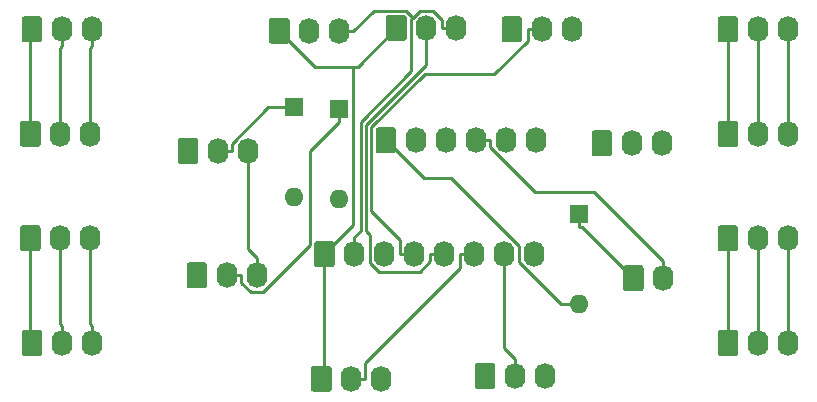
<source format=gbr>
G04 #@! TF.GenerationSoftware,KiCad,Pcbnew,(5.1.5-0-10_14)*
G04 #@! TF.CreationDate,2021-04-18T14:35:59+10:00*
G04 #@! TF.ProjectId,OH - Right Console - 3 - Interior Lights Panel,4f48202d-2052-4696-9768-7420436f6e73,rev?*
G04 #@! TF.SameCoordinates,Original*
G04 #@! TF.FileFunction,Copper,L2,Bot*
G04 #@! TF.FilePolarity,Positive*
%FSLAX46Y46*%
G04 Gerber Fmt 4.6, Leading zero omitted, Abs format (unit mm)*
G04 Created by KiCad (PCBNEW (5.1.5-0-10_14)) date 2021-04-18 14:35:59*
%MOMM*%
%LPD*%
G04 APERTURE LIST*
%ADD10O,1.740000X2.200000*%
%ADD11C,0.100000*%
%ADD12O,1.600000X1.600000*%
%ADD13R,1.600000X1.600000*%
%ADD14C,0.250000*%
G04 APERTURE END LIST*
D10*
X143256000Y-115316000D03*
X140716000Y-115316000D03*
G04 #@! TA.AperFunction,ComponentPad*
D11*
G36*
X138820505Y-114217204D02*
G01*
X138844773Y-114220804D01*
X138868572Y-114226765D01*
X138891671Y-114235030D01*
X138913850Y-114245520D01*
X138934893Y-114258132D01*
X138954599Y-114272747D01*
X138972777Y-114289223D01*
X138989253Y-114307401D01*
X139003868Y-114327107D01*
X139016480Y-114348150D01*
X139026970Y-114370329D01*
X139035235Y-114393428D01*
X139041196Y-114417227D01*
X139044796Y-114441495D01*
X139046000Y-114465999D01*
X139046000Y-116166001D01*
X139044796Y-116190505D01*
X139041196Y-116214773D01*
X139035235Y-116238572D01*
X139026970Y-116261671D01*
X139016480Y-116283850D01*
X139003868Y-116304893D01*
X138989253Y-116324599D01*
X138972777Y-116342777D01*
X138954599Y-116359253D01*
X138934893Y-116373868D01*
X138913850Y-116386480D01*
X138891671Y-116396970D01*
X138868572Y-116405235D01*
X138844773Y-116411196D01*
X138820505Y-116414796D01*
X138796001Y-116416000D01*
X137555999Y-116416000D01*
X137531495Y-116414796D01*
X137507227Y-116411196D01*
X137483428Y-116405235D01*
X137460329Y-116396970D01*
X137438150Y-116386480D01*
X137417107Y-116373868D01*
X137397401Y-116359253D01*
X137379223Y-116342777D01*
X137362747Y-116324599D01*
X137348132Y-116304893D01*
X137335520Y-116283850D01*
X137325030Y-116261671D01*
X137316765Y-116238572D01*
X137310804Y-116214773D01*
X137307204Y-116190505D01*
X137306000Y-116166001D01*
X137306000Y-114465999D01*
X137307204Y-114441495D01*
X137310804Y-114417227D01*
X137316765Y-114393428D01*
X137325030Y-114370329D01*
X137335520Y-114348150D01*
X137348132Y-114327107D01*
X137362747Y-114307401D01*
X137379223Y-114289223D01*
X137397401Y-114272747D01*
X137417107Y-114258132D01*
X137438150Y-114245520D01*
X137460329Y-114235030D01*
X137483428Y-114226765D01*
X137507227Y-114220804D01*
X137531495Y-114217204D01*
X137555999Y-114216000D01*
X138796001Y-114216000D01*
X138820505Y-114217204D01*
G37*
G04 #@! TD.AperFunction*
D10*
X143256000Y-88773000D03*
X140716000Y-88773000D03*
G04 #@! TA.AperFunction,ComponentPad*
D11*
G36*
X138820505Y-87674204D02*
G01*
X138844773Y-87677804D01*
X138868572Y-87683765D01*
X138891671Y-87692030D01*
X138913850Y-87702520D01*
X138934893Y-87715132D01*
X138954599Y-87729747D01*
X138972777Y-87746223D01*
X138989253Y-87764401D01*
X139003868Y-87784107D01*
X139016480Y-87805150D01*
X139026970Y-87827329D01*
X139035235Y-87850428D01*
X139041196Y-87874227D01*
X139044796Y-87898495D01*
X139046000Y-87922999D01*
X139046000Y-89623001D01*
X139044796Y-89647505D01*
X139041196Y-89671773D01*
X139035235Y-89695572D01*
X139026970Y-89718671D01*
X139016480Y-89740850D01*
X139003868Y-89761893D01*
X138989253Y-89781599D01*
X138972777Y-89799777D01*
X138954599Y-89816253D01*
X138934893Y-89830868D01*
X138913850Y-89843480D01*
X138891671Y-89853970D01*
X138868572Y-89862235D01*
X138844773Y-89868196D01*
X138820505Y-89871796D01*
X138796001Y-89873000D01*
X137555999Y-89873000D01*
X137531495Y-89871796D01*
X137507227Y-89868196D01*
X137483428Y-89862235D01*
X137460329Y-89853970D01*
X137438150Y-89843480D01*
X137417107Y-89830868D01*
X137397401Y-89816253D01*
X137379223Y-89799777D01*
X137362747Y-89781599D01*
X137348132Y-89761893D01*
X137335520Y-89740850D01*
X137325030Y-89718671D01*
X137316765Y-89695572D01*
X137310804Y-89671773D01*
X137307204Y-89647505D01*
X137306000Y-89623001D01*
X137306000Y-87922999D01*
X137307204Y-87898495D01*
X137310804Y-87874227D01*
X137316765Y-87850428D01*
X137325030Y-87827329D01*
X137335520Y-87805150D01*
X137348132Y-87784107D01*
X137362747Y-87764401D01*
X137379223Y-87746223D01*
X137397401Y-87729747D01*
X137417107Y-87715132D01*
X137438150Y-87702520D01*
X137460329Y-87692030D01*
X137483428Y-87683765D01*
X137507227Y-87677804D01*
X137531495Y-87674204D01*
X137555999Y-87673000D01*
X138796001Y-87673000D01*
X138820505Y-87674204D01*
G37*
G04 #@! TD.AperFunction*
D10*
X84201000Y-106468300D03*
X81661000Y-106468300D03*
G04 #@! TA.AperFunction,ComponentPad*
D11*
G36*
X79765505Y-105369504D02*
G01*
X79789773Y-105373104D01*
X79813572Y-105379065D01*
X79836671Y-105387330D01*
X79858850Y-105397820D01*
X79879893Y-105410432D01*
X79899599Y-105425047D01*
X79917777Y-105441523D01*
X79934253Y-105459701D01*
X79948868Y-105479407D01*
X79961480Y-105500450D01*
X79971970Y-105522629D01*
X79980235Y-105545728D01*
X79986196Y-105569527D01*
X79989796Y-105593795D01*
X79991000Y-105618299D01*
X79991000Y-107318301D01*
X79989796Y-107342805D01*
X79986196Y-107367073D01*
X79980235Y-107390872D01*
X79971970Y-107413971D01*
X79961480Y-107436150D01*
X79948868Y-107457193D01*
X79934253Y-107476899D01*
X79917777Y-107495077D01*
X79899599Y-107511553D01*
X79879893Y-107526168D01*
X79858850Y-107538780D01*
X79836671Y-107549270D01*
X79813572Y-107557535D01*
X79789773Y-107563496D01*
X79765505Y-107567096D01*
X79741001Y-107568300D01*
X78500999Y-107568300D01*
X78476495Y-107567096D01*
X78452227Y-107563496D01*
X78428428Y-107557535D01*
X78405329Y-107549270D01*
X78383150Y-107538780D01*
X78362107Y-107526168D01*
X78342401Y-107511553D01*
X78324223Y-107495077D01*
X78307747Y-107476899D01*
X78293132Y-107457193D01*
X78280520Y-107436150D01*
X78270030Y-107413971D01*
X78261765Y-107390872D01*
X78255804Y-107367073D01*
X78252204Y-107342805D01*
X78251000Y-107318301D01*
X78251000Y-105618299D01*
X78252204Y-105593795D01*
X78255804Y-105569527D01*
X78261765Y-105545728D01*
X78270030Y-105522629D01*
X78280520Y-105500450D01*
X78293132Y-105479407D01*
X78307747Y-105459701D01*
X78324223Y-105441523D01*
X78342401Y-105425047D01*
X78362107Y-105410432D01*
X78383150Y-105397820D01*
X78405329Y-105387330D01*
X78428428Y-105379065D01*
X78452227Y-105373104D01*
X78476495Y-105369504D01*
X78500999Y-105368300D01*
X79741001Y-105368300D01*
X79765505Y-105369504D01*
G37*
G04 #@! TD.AperFunction*
D10*
X84201000Y-97620700D03*
X81661000Y-97620700D03*
G04 #@! TA.AperFunction,ComponentPad*
D11*
G36*
X79765505Y-96521904D02*
G01*
X79789773Y-96525504D01*
X79813572Y-96531465D01*
X79836671Y-96539730D01*
X79858850Y-96550220D01*
X79879893Y-96562832D01*
X79899599Y-96577447D01*
X79917777Y-96593923D01*
X79934253Y-96612101D01*
X79948868Y-96631807D01*
X79961480Y-96652850D01*
X79971970Y-96675029D01*
X79980235Y-96698128D01*
X79986196Y-96721927D01*
X79989796Y-96746195D01*
X79991000Y-96770699D01*
X79991000Y-98470701D01*
X79989796Y-98495205D01*
X79986196Y-98519473D01*
X79980235Y-98543272D01*
X79971970Y-98566371D01*
X79961480Y-98588550D01*
X79948868Y-98609593D01*
X79934253Y-98629299D01*
X79917777Y-98647477D01*
X79899599Y-98663953D01*
X79879893Y-98678568D01*
X79858850Y-98691180D01*
X79836671Y-98701670D01*
X79813572Y-98709935D01*
X79789773Y-98715896D01*
X79765505Y-98719496D01*
X79741001Y-98720700D01*
X78500999Y-98720700D01*
X78476495Y-98719496D01*
X78452227Y-98715896D01*
X78428428Y-98709935D01*
X78405329Y-98701670D01*
X78383150Y-98691180D01*
X78362107Y-98678568D01*
X78342401Y-98663953D01*
X78324223Y-98647477D01*
X78307747Y-98629299D01*
X78293132Y-98609593D01*
X78280520Y-98588550D01*
X78270030Y-98566371D01*
X78261765Y-98543272D01*
X78255804Y-98519473D01*
X78252204Y-98495205D01*
X78251000Y-98470701D01*
X78251000Y-96770699D01*
X78252204Y-96746195D01*
X78255804Y-96721927D01*
X78261765Y-96698128D01*
X78270030Y-96675029D01*
X78280520Y-96652850D01*
X78293132Y-96631807D01*
X78307747Y-96612101D01*
X78324223Y-96593923D01*
X78342401Y-96577447D01*
X78362107Y-96562832D01*
X78383150Y-96550220D01*
X78405329Y-96539730D01*
X78428428Y-96531465D01*
X78452227Y-96525504D01*
X78476495Y-96521904D01*
X78500999Y-96520700D01*
X79741001Y-96520700D01*
X79765505Y-96521904D01*
G37*
G04 #@! TD.AperFunction*
D10*
X143256000Y-106468300D03*
X140716000Y-106468300D03*
G04 #@! TA.AperFunction,ComponentPad*
D11*
G36*
X138820505Y-105369504D02*
G01*
X138844773Y-105373104D01*
X138868572Y-105379065D01*
X138891671Y-105387330D01*
X138913850Y-105397820D01*
X138934893Y-105410432D01*
X138954599Y-105425047D01*
X138972777Y-105441523D01*
X138989253Y-105459701D01*
X139003868Y-105479407D01*
X139016480Y-105500450D01*
X139026970Y-105522629D01*
X139035235Y-105545728D01*
X139041196Y-105569527D01*
X139044796Y-105593795D01*
X139046000Y-105618299D01*
X139046000Y-107318301D01*
X139044796Y-107342805D01*
X139041196Y-107367073D01*
X139035235Y-107390872D01*
X139026970Y-107413971D01*
X139016480Y-107436150D01*
X139003868Y-107457193D01*
X138989253Y-107476899D01*
X138972777Y-107495077D01*
X138954599Y-107511553D01*
X138934893Y-107526168D01*
X138913850Y-107538780D01*
X138891671Y-107549270D01*
X138868572Y-107557535D01*
X138844773Y-107563496D01*
X138820505Y-107567096D01*
X138796001Y-107568300D01*
X137555999Y-107568300D01*
X137531495Y-107567096D01*
X137507227Y-107563496D01*
X137483428Y-107557535D01*
X137460329Y-107549270D01*
X137438150Y-107538780D01*
X137417107Y-107526168D01*
X137397401Y-107511553D01*
X137379223Y-107495077D01*
X137362747Y-107476899D01*
X137348132Y-107457193D01*
X137335520Y-107436150D01*
X137325030Y-107413971D01*
X137316765Y-107390872D01*
X137310804Y-107367073D01*
X137307204Y-107342805D01*
X137306000Y-107318301D01*
X137306000Y-105618299D01*
X137307204Y-105593795D01*
X137310804Y-105569527D01*
X137316765Y-105545728D01*
X137325030Y-105522629D01*
X137335520Y-105500450D01*
X137348132Y-105479407D01*
X137362747Y-105459701D01*
X137379223Y-105441523D01*
X137397401Y-105425047D01*
X137417107Y-105410432D01*
X137438150Y-105397820D01*
X137460329Y-105387330D01*
X137483428Y-105379065D01*
X137507227Y-105373104D01*
X137531495Y-105369504D01*
X137555999Y-105368300D01*
X138796001Y-105368300D01*
X138820505Y-105369504D01*
G37*
G04 #@! TD.AperFunction*
D10*
X143256000Y-97620700D03*
X140716000Y-97620700D03*
G04 #@! TA.AperFunction,ComponentPad*
D11*
G36*
X138820505Y-96521904D02*
G01*
X138844773Y-96525504D01*
X138868572Y-96531465D01*
X138891671Y-96539730D01*
X138913850Y-96550220D01*
X138934893Y-96562832D01*
X138954599Y-96577447D01*
X138972777Y-96593923D01*
X138989253Y-96612101D01*
X139003868Y-96631807D01*
X139016480Y-96652850D01*
X139026970Y-96675029D01*
X139035235Y-96698128D01*
X139041196Y-96721927D01*
X139044796Y-96746195D01*
X139046000Y-96770699D01*
X139046000Y-98470701D01*
X139044796Y-98495205D01*
X139041196Y-98519473D01*
X139035235Y-98543272D01*
X139026970Y-98566371D01*
X139016480Y-98588550D01*
X139003868Y-98609593D01*
X138989253Y-98629299D01*
X138972777Y-98647477D01*
X138954599Y-98663953D01*
X138934893Y-98678568D01*
X138913850Y-98691180D01*
X138891671Y-98701670D01*
X138868572Y-98709935D01*
X138844773Y-98715896D01*
X138820505Y-98719496D01*
X138796001Y-98720700D01*
X137555999Y-98720700D01*
X137531495Y-98719496D01*
X137507227Y-98715896D01*
X137483428Y-98709935D01*
X137460329Y-98701670D01*
X137438150Y-98691180D01*
X137417107Y-98678568D01*
X137397401Y-98663953D01*
X137379223Y-98647477D01*
X137362747Y-98629299D01*
X137348132Y-98609593D01*
X137335520Y-98588550D01*
X137325030Y-98566371D01*
X137316765Y-98543272D01*
X137310804Y-98519473D01*
X137307204Y-98495205D01*
X137306000Y-98470701D01*
X137306000Y-96770699D01*
X137307204Y-96746195D01*
X137310804Y-96721927D01*
X137316765Y-96698128D01*
X137325030Y-96675029D01*
X137335520Y-96652850D01*
X137348132Y-96631807D01*
X137362747Y-96612101D01*
X137379223Y-96593923D01*
X137397401Y-96577447D01*
X137417107Y-96562832D01*
X137438150Y-96550220D01*
X137460329Y-96539730D01*
X137483428Y-96531465D01*
X137507227Y-96525504D01*
X137531495Y-96521904D01*
X137555999Y-96520700D01*
X138796001Y-96520700D01*
X138820505Y-96521904D01*
G37*
G04 #@! TD.AperFunction*
D10*
X84328000Y-115316000D03*
X81788000Y-115316000D03*
G04 #@! TA.AperFunction,ComponentPad*
D11*
G36*
X79892505Y-114217204D02*
G01*
X79916773Y-114220804D01*
X79940572Y-114226765D01*
X79963671Y-114235030D01*
X79985850Y-114245520D01*
X80006893Y-114258132D01*
X80026599Y-114272747D01*
X80044777Y-114289223D01*
X80061253Y-114307401D01*
X80075868Y-114327107D01*
X80088480Y-114348150D01*
X80098970Y-114370329D01*
X80107235Y-114393428D01*
X80113196Y-114417227D01*
X80116796Y-114441495D01*
X80118000Y-114465999D01*
X80118000Y-116166001D01*
X80116796Y-116190505D01*
X80113196Y-116214773D01*
X80107235Y-116238572D01*
X80098970Y-116261671D01*
X80088480Y-116283850D01*
X80075868Y-116304893D01*
X80061253Y-116324599D01*
X80044777Y-116342777D01*
X80026599Y-116359253D01*
X80006893Y-116373868D01*
X79985850Y-116386480D01*
X79963671Y-116396970D01*
X79940572Y-116405235D01*
X79916773Y-116411196D01*
X79892505Y-116414796D01*
X79868001Y-116416000D01*
X78627999Y-116416000D01*
X78603495Y-116414796D01*
X78579227Y-116411196D01*
X78555428Y-116405235D01*
X78532329Y-116396970D01*
X78510150Y-116386480D01*
X78489107Y-116373868D01*
X78469401Y-116359253D01*
X78451223Y-116342777D01*
X78434747Y-116324599D01*
X78420132Y-116304893D01*
X78407520Y-116283850D01*
X78397030Y-116261671D01*
X78388765Y-116238572D01*
X78382804Y-116214773D01*
X78379204Y-116190505D01*
X78378000Y-116166001D01*
X78378000Y-114465999D01*
X78379204Y-114441495D01*
X78382804Y-114417227D01*
X78388765Y-114393428D01*
X78397030Y-114370329D01*
X78407520Y-114348150D01*
X78420132Y-114327107D01*
X78434747Y-114307401D01*
X78451223Y-114289223D01*
X78469401Y-114272747D01*
X78489107Y-114258132D01*
X78510150Y-114245520D01*
X78532329Y-114235030D01*
X78555428Y-114226765D01*
X78579227Y-114220804D01*
X78603495Y-114217204D01*
X78627999Y-114216000D01*
X79868001Y-114216000D01*
X79892505Y-114217204D01*
G37*
G04 #@! TD.AperFunction*
D10*
X84328000Y-88773000D03*
X81788000Y-88773000D03*
G04 #@! TA.AperFunction,ComponentPad*
D11*
G36*
X79892505Y-87674204D02*
G01*
X79916773Y-87677804D01*
X79940572Y-87683765D01*
X79963671Y-87692030D01*
X79985850Y-87702520D01*
X80006893Y-87715132D01*
X80026599Y-87729747D01*
X80044777Y-87746223D01*
X80061253Y-87764401D01*
X80075868Y-87784107D01*
X80088480Y-87805150D01*
X80098970Y-87827329D01*
X80107235Y-87850428D01*
X80113196Y-87874227D01*
X80116796Y-87898495D01*
X80118000Y-87922999D01*
X80118000Y-89623001D01*
X80116796Y-89647505D01*
X80113196Y-89671773D01*
X80107235Y-89695572D01*
X80098970Y-89718671D01*
X80088480Y-89740850D01*
X80075868Y-89761893D01*
X80061253Y-89781599D01*
X80044777Y-89799777D01*
X80026599Y-89816253D01*
X80006893Y-89830868D01*
X79985850Y-89843480D01*
X79963671Y-89853970D01*
X79940572Y-89862235D01*
X79916773Y-89868196D01*
X79892505Y-89871796D01*
X79868001Y-89873000D01*
X78627999Y-89873000D01*
X78603495Y-89871796D01*
X78579227Y-89868196D01*
X78555428Y-89862235D01*
X78532329Y-89853970D01*
X78510150Y-89843480D01*
X78489107Y-89830868D01*
X78469401Y-89816253D01*
X78451223Y-89799777D01*
X78434747Y-89781599D01*
X78420132Y-89761893D01*
X78407520Y-89740850D01*
X78397030Y-89718671D01*
X78388765Y-89695572D01*
X78382804Y-89671773D01*
X78379204Y-89647505D01*
X78378000Y-89623001D01*
X78378000Y-87922999D01*
X78379204Y-87898495D01*
X78382804Y-87874227D01*
X78388765Y-87850428D01*
X78397030Y-87827329D01*
X78407520Y-87805150D01*
X78420132Y-87784107D01*
X78434747Y-87764401D01*
X78451223Y-87746223D01*
X78469401Y-87729747D01*
X78489107Y-87715132D01*
X78510150Y-87702520D01*
X78532329Y-87692030D01*
X78555428Y-87683765D01*
X78579227Y-87677804D01*
X78603495Y-87674204D01*
X78627999Y-87673000D01*
X79868001Y-87673000D01*
X79892505Y-87674204D01*
G37*
G04 #@! TD.AperFunction*
D10*
X132715000Y-109855000D03*
G04 #@! TA.AperFunction,ComponentPad*
D11*
G36*
X130819505Y-108756204D02*
G01*
X130843773Y-108759804D01*
X130867572Y-108765765D01*
X130890671Y-108774030D01*
X130912850Y-108784520D01*
X130933893Y-108797132D01*
X130953599Y-108811747D01*
X130971777Y-108828223D01*
X130988253Y-108846401D01*
X131002868Y-108866107D01*
X131015480Y-108887150D01*
X131025970Y-108909329D01*
X131034235Y-108932428D01*
X131040196Y-108956227D01*
X131043796Y-108980495D01*
X131045000Y-109004999D01*
X131045000Y-110705001D01*
X131043796Y-110729505D01*
X131040196Y-110753773D01*
X131034235Y-110777572D01*
X131025970Y-110800671D01*
X131015480Y-110822850D01*
X131002868Y-110843893D01*
X130988253Y-110863599D01*
X130971777Y-110881777D01*
X130953599Y-110898253D01*
X130933893Y-110912868D01*
X130912850Y-110925480D01*
X130890671Y-110935970D01*
X130867572Y-110944235D01*
X130843773Y-110950196D01*
X130819505Y-110953796D01*
X130795001Y-110955000D01*
X129554999Y-110955000D01*
X129530495Y-110953796D01*
X129506227Y-110950196D01*
X129482428Y-110944235D01*
X129459329Y-110935970D01*
X129437150Y-110925480D01*
X129416107Y-110912868D01*
X129396401Y-110898253D01*
X129378223Y-110881777D01*
X129361747Y-110863599D01*
X129347132Y-110843893D01*
X129334520Y-110822850D01*
X129324030Y-110800671D01*
X129315765Y-110777572D01*
X129309804Y-110753773D01*
X129306204Y-110729505D01*
X129305000Y-110705001D01*
X129305000Y-109004999D01*
X129306204Y-108980495D01*
X129309804Y-108956227D01*
X129315765Y-108932428D01*
X129324030Y-108909329D01*
X129334520Y-108887150D01*
X129347132Y-108866107D01*
X129361747Y-108846401D01*
X129378223Y-108828223D01*
X129396401Y-108811747D01*
X129416107Y-108797132D01*
X129437150Y-108784520D01*
X129459329Y-108774030D01*
X129482428Y-108765765D01*
X129506227Y-108759804D01*
X129530495Y-108756204D01*
X129554999Y-108755000D01*
X130795001Y-108755000D01*
X130819505Y-108756204D01*
G37*
G04 #@! TD.AperFunction*
D10*
X98298000Y-109601000D03*
X95758000Y-109601000D03*
G04 #@! TA.AperFunction,ComponentPad*
D11*
G36*
X93862505Y-108502204D02*
G01*
X93886773Y-108505804D01*
X93910572Y-108511765D01*
X93933671Y-108520030D01*
X93955850Y-108530520D01*
X93976893Y-108543132D01*
X93996599Y-108557747D01*
X94014777Y-108574223D01*
X94031253Y-108592401D01*
X94045868Y-108612107D01*
X94058480Y-108633150D01*
X94068970Y-108655329D01*
X94077235Y-108678428D01*
X94083196Y-108702227D01*
X94086796Y-108726495D01*
X94088000Y-108750999D01*
X94088000Y-110451001D01*
X94086796Y-110475505D01*
X94083196Y-110499773D01*
X94077235Y-110523572D01*
X94068970Y-110546671D01*
X94058480Y-110568850D01*
X94045868Y-110589893D01*
X94031253Y-110609599D01*
X94014777Y-110627777D01*
X93996599Y-110644253D01*
X93976893Y-110658868D01*
X93955850Y-110671480D01*
X93933671Y-110681970D01*
X93910572Y-110690235D01*
X93886773Y-110696196D01*
X93862505Y-110699796D01*
X93838001Y-110701000D01*
X92597999Y-110701000D01*
X92573495Y-110699796D01*
X92549227Y-110696196D01*
X92525428Y-110690235D01*
X92502329Y-110681970D01*
X92480150Y-110671480D01*
X92459107Y-110658868D01*
X92439401Y-110644253D01*
X92421223Y-110627777D01*
X92404747Y-110609599D01*
X92390132Y-110589893D01*
X92377520Y-110568850D01*
X92367030Y-110546671D01*
X92358765Y-110523572D01*
X92352804Y-110499773D01*
X92349204Y-110475505D01*
X92348000Y-110451001D01*
X92348000Y-108750999D01*
X92349204Y-108726495D01*
X92352804Y-108702227D01*
X92358765Y-108678428D01*
X92367030Y-108655329D01*
X92377520Y-108633150D01*
X92390132Y-108612107D01*
X92404747Y-108592401D01*
X92421223Y-108574223D01*
X92439401Y-108557747D01*
X92459107Y-108543132D01*
X92480150Y-108530520D01*
X92502329Y-108520030D01*
X92525428Y-108511765D01*
X92549227Y-108505804D01*
X92573495Y-108502204D01*
X92597999Y-108501000D01*
X93838001Y-108501000D01*
X93862505Y-108502204D01*
G37*
G04 #@! TD.AperFunction*
D10*
X97536000Y-99060000D03*
X94996000Y-99060000D03*
G04 #@! TA.AperFunction,ComponentPad*
D11*
G36*
X93100505Y-97961204D02*
G01*
X93124773Y-97964804D01*
X93148572Y-97970765D01*
X93171671Y-97979030D01*
X93193850Y-97989520D01*
X93214893Y-98002132D01*
X93234599Y-98016747D01*
X93252777Y-98033223D01*
X93269253Y-98051401D01*
X93283868Y-98071107D01*
X93296480Y-98092150D01*
X93306970Y-98114329D01*
X93315235Y-98137428D01*
X93321196Y-98161227D01*
X93324796Y-98185495D01*
X93326000Y-98209999D01*
X93326000Y-99910001D01*
X93324796Y-99934505D01*
X93321196Y-99958773D01*
X93315235Y-99982572D01*
X93306970Y-100005671D01*
X93296480Y-100027850D01*
X93283868Y-100048893D01*
X93269253Y-100068599D01*
X93252777Y-100086777D01*
X93234599Y-100103253D01*
X93214893Y-100117868D01*
X93193850Y-100130480D01*
X93171671Y-100140970D01*
X93148572Y-100149235D01*
X93124773Y-100155196D01*
X93100505Y-100158796D01*
X93076001Y-100160000D01*
X91835999Y-100160000D01*
X91811495Y-100158796D01*
X91787227Y-100155196D01*
X91763428Y-100149235D01*
X91740329Y-100140970D01*
X91718150Y-100130480D01*
X91697107Y-100117868D01*
X91677401Y-100103253D01*
X91659223Y-100086777D01*
X91642747Y-100068599D01*
X91628132Y-100048893D01*
X91615520Y-100027850D01*
X91605030Y-100005671D01*
X91596765Y-99982572D01*
X91590804Y-99958773D01*
X91587204Y-99934505D01*
X91586000Y-99910001D01*
X91586000Y-98209999D01*
X91587204Y-98185495D01*
X91590804Y-98161227D01*
X91596765Y-98137428D01*
X91605030Y-98114329D01*
X91615520Y-98092150D01*
X91628132Y-98071107D01*
X91642747Y-98051401D01*
X91659223Y-98033223D01*
X91677401Y-98016747D01*
X91697107Y-98002132D01*
X91718150Y-97989520D01*
X91740329Y-97979030D01*
X91763428Y-97970765D01*
X91787227Y-97964804D01*
X91811495Y-97961204D01*
X91835999Y-97960000D01*
X93076001Y-97960000D01*
X93100505Y-97961204D01*
G37*
G04 #@! TD.AperFunction*
D10*
X105283000Y-88900000D03*
X102743000Y-88900000D03*
G04 #@! TA.AperFunction,ComponentPad*
D11*
G36*
X100847505Y-87801204D02*
G01*
X100871773Y-87804804D01*
X100895572Y-87810765D01*
X100918671Y-87819030D01*
X100940850Y-87829520D01*
X100961893Y-87842132D01*
X100981599Y-87856747D01*
X100999777Y-87873223D01*
X101016253Y-87891401D01*
X101030868Y-87911107D01*
X101043480Y-87932150D01*
X101053970Y-87954329D01*
X101062235Y-87977428D01*
X101068196Y-88001227D01*
X101071796Y-88025495D01*
X101073000Y-88049999D01*
X101073000Y-89750001D01*
X101071796Y-89774505D01*
X101068196Y-89798773D01*
X101062235Y-89822572D01*
X101053970Y-89845671D01*
X101043480Y-89867850D01*
X101030868Y-89888893D01*
X101016253Y-89908599D01*
X100999777Y-89926777D01*
X100981599Y-89943253D01*
X100961893Y-89957868D01*
X100940850Y-89970480D01*
X100918671Y-89980970D01*
X100895572Y-89989235D01*
X100871773Y-89995196D01*
X100847505Y-89998796D01*
X100823001Y-90000000D01*
X99582999Y-90000000D01*
X99558495Y-89998796D01*
X99534227Y-89995196D01*
X99510428Y-89989235D01*
X99487329Y-89980970D01*
X99465150Y-89970480D01*
X99444107Y-89957868D01*
X99424401Y-89943253D01*
X99406223Y-89926777D01*
X99389747Y-89908599D01*
X99375132Y-89888893D01*
X99362520Y-89867850D01*
X99352030Y-89845671D01*
X99343765Y-89822572D01*
X99337804Y-89798773D01*
X99334204Y-89774505D01*
X99333000Y-89750001D01*
X99333000Y-88049999D01*
X99334204Y-88025495D01*
X99337804Y-88001227D01*
X99343765Y-87977428D01*
X99352030Y-87954329D01*
X99362520Y-87932150D01*
X99375132Y-87911107D01*
X99389747Y-87891401D01*
X99406223Y-87873223D01*
X99424401Y-87856747D01*
X99444107Y-87842132D01*
X99465150Y-87829520D01*
X99487329Y-87819030D01*
X99510428Y-87810765D01*
X99534227Y-87804804D01*
X99558495Y-87801204D01*
X99582999Y-87800000D01*
X100823001Y-87800000D01*
X100847505Y-87801204D01*
G37*
G04 #@! TD.AperFunction*
D10*
X122682000Y-118110000D03*
X120142000Y-118110000D03*
G04 #@! TA.AperFunction,ComponentPad*
D11*
G36*
X118246505Y-117011204D02*
G01*
X118270773Y-117014804D01*
X118294572Y-117020765D01*
X118317671Y-117029030D01*
X118339850Y-117039520D01*
X118360893Y-117052132D01*
X118380599Y-117066747D01*
X118398777Y-117083223D01*
X118415253Y-117101401D01*
X118429868Y-117121107D01*
X118442480Y-117142150D01*
X118452970Y-117164329D01*
X118461235Y-117187428D01*
X118467196Y-117211227D01*
X118470796Y-117235495D01*
X118472000Y-117259999D01*
X118472000Y-118960001D01*
X118470796Y-118984505D01*
X118467196Y-119008773D01*
X118461235Y-119032572D01*
X118452970Y-119055671D01*
X118442480Y-119077850D01*
X118429868Y-119098893D01*
X118415253Y-119118599D01*
X118398777Y-119136777D01*
X118380599Y-119153253D01*
X118360893Y-119167868D01*
X118339850Y-119180480D01*
X118317671Y-119190970D01*
X118294572Y-119199235D01*
X118270773Y-119205196D01*
X118246505Y-119208796D01*
X118222001Y-119210000D01*
X116981999Y-119210000D01*
X116957495Y-119208796D01*
X116933227Y-119205196D01*
X116909428Y-119199235D01*
X116886329Y-119190970D01*
X116864150Y-119180480D01*
X116843107Y-119167868D01*
X116823401Y-119153253D01*
X116805223Y-119136777D01*
X116788747Y-119118599D01*
X116774132Y-119098893D01*
X116761520Y-119077850D01*
X116751030Y-119055671D01*
X116742765Y-119032572D01*
X116736804Y-119008773D01*
X116733204Y-118984505D01*
X116732000Y-118960001D01*
X116732000Y-117259999D01*
X116733204Y-117235495D01*
X116736804Y-117211227D01*
X116742765Y-117187428D01*
X116751030Y-117164329D01*
X116761520Y-117142150D01*
X116774132Y-117121107D01*
X116788747Y-117101401D01*
X116805223Y-117083223D01*
X116823401Y-117066747D01*
X116843107Y-117052132D01*
X116864150Y-117039520D01*
X116886329Y-117029030D01*
X116909428Y-117020765D01*
X116933227Y-117014804D01*
X116957495Y-117011204D01*
X116981999Y-117010000D01*
X118222001Y-117010000D01*
X118246505Y-117011204D01*
G37*
G04 #@! TD.AperFunction*
D10*
X108839000Y-118364000D03*
X106299000Y-118364000D03*
G04 #@! TA.AperFunction,ComponentPad*
D11*
G36*
X104403505Y-117265204D02*
G01*
X104427773Y-117268804D01*
X104451572Y-117274765D01*
X104474671Y-117283030D01*
X104496850Y-117293520D01*
X104517893Y-117306132D01*
X104537599Y-117320747D01*
X104555777Y-117337223D01*
X104572253Y-117355401D01*
X104586868Y-117375107D01*
X104599480Y-117396150D01*
X104609970Y-117418329D01*
X104618235Y-117441428D01*
X104624196Y-117465227D01*
X104627796Y-117489495D01*
X104629000Y-117513999D01*
X104629000Y-119214001D01*
X104627796Y-119238505D01*
X104624196Y-119262773D01*
X104618235Y-119286572D01*
X104609970Y-119309671D01*
X104599480Y-119331850D01*
X104586868Y-119352893D01*
X104572253Y-119372599D01*
X104555777Y-119390777D01*
X104537599Y-119407253D01*
X104517893Y-119421868D01*
X104496850Y-119434480D01*
X104474671Y-119444970D01*
X104451572Y-119453235D01*
X104427773Y-119459196D01*
X104403505Y-119462796D01*
X104379001Y-119464000D01*
X103138999Y-119464000D01*
X103114495Y-119462796D01*
X103090227Y-119459196D01*
X103066428Y-119453235D01*
X103043329Y-119444970D01*
X103021150Y-119434480D01*
X103000107Y-119421868D01*
X102980401Y-119407253D01*
X102962223Y-119390777D01*
X102945747Y-119372599D01*
X102931132Y-119352893D01*
X102918520Y-119331850D01*
X102908030Y-119309671D01*
X102899765Y-119286572D01*
X102893804Y-119262773D01*
X102890204Y-119238505D01*
X102889000Y-119214001D01*
X102889000Y-117513999D01*
X102890204Y-117489495D01*
X102893804Y-117465227D01*
X102899765Y-117441428D01*
X102908030Y-117418329D01*
X102918520Y-117396150D01*
X102931132Y-117375107D01*
X102945747Y-117355401D01*
X102962223Y-117337223D01*
X102980401Y-117320747D01*
X103000107Y-117306132D01*
X103021150Y-117293520D01*
X103043329Y-117283030D01*
X103066428Y-117274765D01*
X103090227Y-117268804D01*
X103114495Y-117265204D01*
X103138999Y-117264000D01*
X104379001Y-117264000D01*
X104403505Y-117265204D01*
G37*
G04 #@! TD.AperFunction*
D10*
X115189000Y-88646000D03*
X112649000Y-88646000D03*
G04 #@! TA.AperFunction,ComponentPad*
D11*
G36*
X110753505Y-87547204D02*
G01*
X110777773Y-87550804D01*
X110801572Y-87556765D01*
X110824671Y-87565030D01*
X110846850Y-87575520D01*
X110867893Y-87588132D01*
X110887599Y-87602747D01*
X110905777Y-87619223D01*
X110922253Y-87637401D01*
X110936868Y-87657107D01*
X110949480Y-87678150D01*
X110959970Y-87700329D01*
X110968235Y-87723428D01*
X110974196Y-87747227D01*
X110977796Y-87771495D01*
X110979000Y-87795999D01*
X110979000Y-89496001D01*
X110977796Y-89520505D01*
X110974196Y-89544773D01*
X110968235Y-89568572D01*
X110959970Y-89591671D01*
X110949480Y-89613850D01*
X110936868Y-89634893D01*
X110922253Y-89654599D01*
X110905777Y-89672777D01*
X110887599Y-89689253D01*
X110867893Y-89703868D01*
X110846850Y-89716480D01*
X110824671Y-89726970D01*
X110801572Y-89735235D01*
X110777773Y-89741196D01*
X110753505Y-89744796D01*
X110729001Y-89746000D01*
X109488999Y-89746000D01*
X109464495Y-89744796D01*
X109440227Y-89741196D01*
X109416428Y-89735235D01*
X109393329Y-89726970D01*
X109371150Y-89716480D01*
X109350107Y-89703868D01*
X109330401Y-89689253D01*
X109312223Y-89672777D01*
X109295747Y-89654599D01*
X109281132Y-89634893D01*
X109268520Y-89613850D01*
X109258030Y-89591671D01*
X109249765Y-89568572D01*
X109243804Y-89544773D01*
X109240204Y-89520505D01*
X109239000Y-89496001D01*
X109239000Y-87795999D01*
X109240204Y-87771495D01*
X109243804Y-87747227D01*
X109249765Y-87723428D01*
X109258030Y-87700329D01*
X109268520Y-87678150D01*
X109281132Y-87657107D01*
X109295747Y-87637401D01*
X109312223Y-87619223D01*
X109330401Y-87602747D01*
X109350107Y-87588132D01*
X109371150Y-87575520D01*
X109393329Y-87565030D01*
X109416428Y-87556765D01*
X109440227Y-87550804D01*
X109464495Y-87547204D01*
X109488999Y-87546000D01*
X110729001Y-87546000D01*
X110753505Y-87547204D01*
G37*
G04 #@! TD.AperFunction*
D10*
X124968000Y-88773000D03*
X122428000Y-88773000D03*
G04 #@! TA.AperFunction,ComponentPad*
D11*
G36*
X120532505Y-87674204D02*
G01*
X120556773Y-87677804D01*
X120580572Y-87683765D01*
X120603671Y-87692030D01*
X120625850Y-87702520D01*
X120646893Y-87715132D01*
X120666599Y-87729747D01*
X120684777Y-87746223D01*
X120701253Y-87764401D01*
X120715868Y-87784107D01*
X120728480Y-87805150D01*
X120738970Y-87827329D01*
X120747235Y-87850428D01*
X120753196Y-87874227D01*
X120756796Y-87898495D01*
X120758000Y-87922999D01*
X120758000Y-89623001D01*
X120756796Y-89647505D01*
X120753196Y-89671773D01*
X120747235Y-89695572D01*
X120738970Y-89718671D01*
X120728480Y-89740850D01*
X120715868Y-89761893D01*
X120701253Y-89781599D01*
X120684777Y-89799777D01*
X120666599Y-89816253D01*
X120646893Y-89830868D01*
X120625850Y-89843480D01*
X120603671Y-89853970D01*
X120580572Y-89862235D01*
X120556773Y-89868196D01*
X120532505Y-89871796D01*
X120508001Y-89873000D01*
X119267999Y-89873000D01*
X119243495Y-89871796D01*
X119219227Y-89868196D01*
X119195428Y-89862235D01*
X119172329Y-89853970D01*
X119150150Y-89843480D01*
X119129107Y-89830868D01*
X119109401Y-89816253D01*
X119091223Y-89799777D01*
X119074747Y-89781599D01*
X119060132Y-89761893D01*
X119047520Y-89740850D01*
X119037030Y-89718671D01*
X119028765Y-89695572D01*
X119022804Y-89671773D01*
X119019204Y-89647505D01*
X119018000Y-89623001D01*
X119018000Y-87922999D01*
X119019204Y-87898495D01*
X119022804Y-87874227D01*
X119028765Y-87850428D01*
X119037030Y-87827329D01*
X119047520Y-87805150D01*
X119060132Y-87784107D01*
X119074747Y-87764401D01*
X119091223Y-87746223D01*
X119109401Y-87729747D01*
X119129107Y-87715132D01*
X119150150Y-87702520D01*
X119172329Y-87692030D01*
X119195428Y-87683765D01*
X119219227Y-87677804D01*
X119243495Y-87674204D01*
X119267999Y-87673000D01*
X120508001Y-87673000D01*
X120532505Y-87674204D01*
G37*
G04 #@! TD.AperFunction*
D10*
X132588000Y-98425000D03*
X130048000Y-98425000D03*
G04 #@! TA.AperFunction,ComponentPad*
D11*
G36*
X128152505Y-97326204D02*
G01*
X128176773Y-97329804D01*
X128200572Y-97335765D01*
X128223671Y-97344030D01*
X128245850Y-97354520D01*
X128266893Y-97367132D01*
X128286599Y-97381747D01*
X128304777Y-97398223D01*
X128321253Y-97416401D01*
X128335868Y-97436107D01*
X128348480Y-97457150D01*
X128358970Y-97479329D01*
X128367235Y-97502428D01*
X128373196Y-97526227D01*
X128376796Y-97550495D01*
X128378000Y-97574999D01*
X128378000Y-99275001D01*
X128376796Y-99299505D01*
X128373196Y-99323773D01*
X128367235Y-99347572D01*
X128358970Y-99370671D01*
X128348480Y-99392850D01*
X128335868Y-99413893D01*
X128321253Y-99433599D01*
X128304777Y-99451777D01*
X128286599Y-99468253D01*
X128266893Y-99482868D01*
X128245850Y-99495480D01*
X128223671Y-99505970D01*
X128200572Y-99514235D01*
X128176773Y-99520196D01*
X128152505Y-99523796D01*
X128128001Y-99525000D01*
X126887999Y-99525000D01*
X126863495Y-99523796D01*
X126839227Y-99520196D01*
X126815428Y-99514235D01*
X126792329Y-99505970D01*
X126770150Y-99495480D01*
X126749107Y-99482868D01*
X126729401Y-99468253D01*
X126711223Y-99451777D01*
X126694747Y-99433599D01*
X126680132Y-99413893D01*
X126667520Y-99392850D01*
X126657030Y-99370671D01*
X126648765Y-99347572D01*
X126642804Y-99323773D01*
X126639204Y-99299505D01*
X126638000Y-99275001D01*
X126638000Y-97574999D01*
X126639204Y-97550495D01*
X126642804Y-97526227D01*
X126648765Y-97502428D01*
X126657030Y-97479329D01*
X126667520Y-97457150D01*
X126680132Y-97436107D01*
X126694747Y-97416401D01*
X126711223Y-97398223D01*
X126729401Y-97381747D01*
X126749107Y-97367132D01*
X126770150Y-97354520D01*
X126792329Y-97344030D01*
X126815428Y-97335765D01*
X126839227Y-97329804D01*
X126863495Y-97326204D01*
X126887999Y-97325000D01*
X128128001Y-97325000D01*
X128152505Y-97326204D01*
G37*
G04 #@! TD.AperFunction*
D10*
X121793000Y-107823000D03*
X119253000Y-107823000D03*
X116713000Y-107823000D03*
X114173000Y-107823000D03*
X111633000Y-107823000D03*
X109093000Y-107823000D03*
X106553000Y-107823000D03*
G04 #@! TA.AperFunction,ComponentPad*
D11*
G36*
X104657505Y-106724204D02*
G01*
X104681773Y-106727804D01*
X104705572Y-106733765D01*
X104728671Y-106742030D01*
X104750850Y-106752520D01*
X104771893Y-106765132D01*
X104791599Y-106779747D01*
X104809777Y-106796223D01*
X104826253Y-106814401D01*
X104840868Y-106834107D01*
X104853480Y-106855150D01*
X104863970Y-106877329D01*
X104872235Y-106900428D01*
X104878196Y-106924227D01*
X104881796Y-106948495D01*
X104883000Y-106972999D01*
X104883000Y-108673001D01*
X104881796Y-108697505D01*
X104878196Y-108721773D01*
X104872235Y-108745572D01*
X104863970Y-108768671D01*
X104853480Y-108790850D01*
X104840868Y-108811893D01*
X104826253Y-108831599D01*
X104809777Y-108849777D01*
X104791599Y-108866253D01*
X104771893Y-108880868D01*
X104750850Y-108893480D01*
X104728671Y-108903970D01*
X104705572Y-108912235D01*
X104681773Y-108918196D01*
X104657505Y-108921796D01*
X104633001Y-108923000D01*
X103392999Y-108923000D01*
X103368495Y-108921796D01*
X103344227Y-108918196D01*
X103320428Y-108912235D01*
X103297329Y-108903970D01*
X103275150Y-108893480D01*
X103254107Y-108880868D01*
X103234401Y-108866253D01*
X103216223Y-108849777D01*
X103199747Y-108831599D01*
X103185132Y-108811893D01*
X103172520Y-108790850D01*
X103162030Y-108768671D01*
X103153765Y-108745572D01*
X103147804Y-108721773D01*
X103144204Y-108697505D01*
X103143000Y-108673001D01*
X103143000Y-106972999D01*
X103144204Y-106948495D01*
X103147804Y-106924227D01*
X103153765Y-106900428D01*
X103162030Y-106877329D01*
X103172520Y-106855150D01*
X103185132Y-106834107D01*
X103199747Y-106814401D01*
X103216223Y-106796223D01*
X103234401Y-106779747D01*
X103254107Y-106765132D01*
X103275150Y-106752520D01*
X103297329Y-106742030D01*
X103320428Y-106733765D01*
X103344227Y-106727804D01*
X103368495Y-106724204D01*
X103392999Y-106723000D01*
X104633001Y-106723000D01*
X104657505Y-106724204D01*
G37*
G04 #@! TD.AperFunction*
D10*
X121920000Y-98171000D03*
X119380000Y-98171000D03*
X116840000Y-98171000D03*
X114300000Y-98171000D03*
X111760000Y-98171000D03*
G04 #@! TA.AperFunction,ComponentPad*
D11*
G36*
X109864505Y-97072204D02*
G01*
X109888773Y-97075804D01*
X109912572Y-97081765D01*
X109935671Y-97090030D01*
X109957850Y-97100520D01*
X109978893Y-97113132D01*
X109998599Y-97127747D01*
X110016777Y-97144223D01*
X110033253Y-97162401D01*
X110047868Y-97182107D01*
X110060480Y-97203150D01*
X110070970Y-97225329D01*
X110079235Y-97248428D01*
X110085196Y-97272227D01*
X110088796Y-97296495D01*
X110090000Y-97320999D01*
X110090000Y-99021001D01*
X110088796Y-99045505D01*
X110085196Y-99069773D01*
X110079235Y-99093572D01*
X110070970Y-99116671D01*
X110060480Y-99138850D01*
X110047868Y-99159893D01*
X110033253Y-99179599D01*
X110016777Y-99197777D01*
X109998599Y-99214253D01*
X109978893Y-99228868D01*
X109957850Y-99241480D01*
X109935671Y-99251970D01*
X109912572Y-99260235D01*
X109888773Y-99266196D01*
X109864505Y-99269796D01*
X109840001Y-99271000D01*
X108599999Y-99271000D01*
X108575495Y-99269796D01*
X108551227Y-99266196D01*
X108527428Y-99260235D01*
X108504329Y-99251970D01*
X108482150Y-99241480D01*
X108461107Y-99228868D01*
X108441401Y-99214253D01*
X108423223Y-99197777D01*
X108406747Y-99179599D01*
X108392132Y-99159893D01*
X108379520Y-99138850D01*
X108369030Y-99116671D01*
X108360765Y-99093572D01*
X108354804Y-99069773D01*
X108351204Y-99045505D01*
X108350000Y-99021001D01*
X108350000Y-97320999D01*
X108351204Y-97296495D01*
X108354804Y-97272227D01*
X108360765Y-97248428D01*
X108369030Y-97225329D01*
X108379520Y-97203150D01*
X108392132Y-97182107D01*
X108406747Y-97162401D01*
X108423223Y-97144223D01*
X108441401Y-97127747D01*
X108461107Y-97113132D01*
X108482150Y-97100520D01*
X108504329Y-97090030D01*
X108527428Y-97081765D01*
X108551227Y-97075804D01*
X108575495Y-97072204D01*
X108599999Y-97071000D01*
X109840001Y-97071000D01*
X109864505Y-97072204D01*
G37*
G04 #@! TD.AperFunction*
D12*
X101473000Y-102997000D03*
D13*
X101473000Y-95377000D03*
D12*
X105283000Y-103124000D03*
D13*
X105283000Y-95504000D03*
D12*
X125603000Y-112014000D03*
D13*
X125603000Y-104394000D03*
D14*
X125603000Y-112014000D02*
X124038100Y-112014000D01*
X124038100Y-112014000D02*
X120523000Y-108498900D01*
X120523000Y-108498900D02*
X120523000Y-107144600D01*
X120523000Y-107144600D02*
X114766100Y-101387700D01*
X114766100Y-101387700D02*
X112436700Y-101387700D01*
X112436700Y-101387700D02*
X109220000Y-98171000D01*
X125603000Y-104394000D02*
X125603000Y-105519300D01*
X125603000Y-105519300D02*
X125839300Y-105519300D01*
X125839300Y-105519300D02*
X130175000Y-109855000D01*
X95758000Y-109601000D02*
X96953300Y-109601000D01*
X105283000Y-95504000D02*
X105283000Y-96629300D01*
X105283000Y-96629300D02*
X102816600Y-99095700D01*
X102816600Y-99095700D02*
X102816600Y-107027900D01*
X102816600Y-107027900D02*
X98805500Y-111039000D01*
X98805500Y-111039000D02*
X97769800Y-111039000D01*
X97769800Y-111039000D02*
X96953300Y-110222500D01*
X96953300Y-110222500D02*
X96953300Y-109601000D01*
X94996000Y-99060000D02*
X96191300Y-99060000D01*
X101473000Y-95377000D02*
X99276600Y-95377000D01*
X99276600Y-95377000D02*
X96191300Y-98462300D01*
X96191300Y-98462300D02*
X96191300Y-99060000D01*
X98298000Y-109601000D02*
X98298000Y-108175700D01*
X97536000Y-99060000D02*
X97536000Y-107413700D01*
X97536000Y-107413700D02*
X98298000Y-108175700D01*
X132715000Y-109855000D02*
X132715000Y-108429700D01*
X116840000Y-98171000D02*
X118035300Y-98171000D01*
X118035300Y-98171000D02*
X118035300Y-98768700D01*
X118035300Y-98768700D02*
X121843300Y-102576700D01*
X121843300Y-102576700D02*
X126862000Y-102576700D01*
X126862000Y-102576700D02*
X132715000Y-108429700D01*
X120142000Y-118110000D02*
X120142000Y-116684700D01*
X119253000Y-107823000D02*
X119253000Y-115795700D01*
X119253000Y-115795700D02*
X120142000Y-116684700D01*
X116713000Y-107823000D02*
X115517700Y-107823000D01*
X106299000Y-118364000D02*
X107494300Y-118364000D01*
X115517700Y-107823000D02*
X115517700Y-109018300D01*
X115517700Y-109018300D02*
X107494300Y-117041700D01*
X107494300Y-117041700D02*
X107494300Y-118364000D01*
X114173000Y-107823000D02*
X112977700Y-107823000D01*
X112977700Y-107823000D02*
X112977700Y-108420600D01*
X112977700Y-108420600D02*
X112104100Y-109294200D01*
X112104100Y-109294200D02*
X108635900Y-109294200D01*
X108635900Y-109294200D02*
X107897600Y-108555900D01*
X107897600Y-108555900D02*
X107897600Y-106211100D01*
X107897600Y-106211100D02*
X107536200Y-105849700D01*
X107536200Y-105849700D02*
X107536200Y-96914300D01*
X107536200Y-96914300D02*
X112649000Y-91801500D01*
X112649000Y-91801500D02*
X112649000Y-88646000D01*
X122428000Y-88773000D02*
X121232700Y-88773000D01*
X111633000Y-107823000D02*
X110437700Y-107823000D01*
X110437700Y-107823000D02*
X110437700Y-106627700D01*
X110437700Y-106627700D02*
X108005100Y-104195100D01*
X108005100Y-104195100D02*
X108005100Y-97082300D01*
X108005100Y-97082300D02*
X112523400Y-92564000D01*
X112523400Y-92564000D02*
X118412900Y-92564000D01*
X118412900Y-92564000D02*
X121232700Y-89744200D01*
X121232700Y-89744200D02*
X121232700Y-88773000D01*
X111528400Y-87776000D02*
X111379500Y-87924900D01*
X111379500Y-87924900D02*
X111379500Y-92302800D01*
X111379500Y-92302800D02*
X107085800Y-96596500D01*
X107085800Y-96596500D02*
X107085800Y-105864900D01*
X107085800Y-105864900D02*
X106553000Y-106397700D01*
X111528400Y-87776000D02*
X112090600Y-87213800D01*
X112090600Y-87213800D02*
X113183000Y-87213800D01*
X113183000Y-87213800D02*
X113993700Y-88024500D01*
X113993700Y-88024500D02*
X113993700Y-88646000D01*
X111528400Y-87776000D02*
X110939100Y-87186700D01*
X110939100Y-87186700D02*
X108191600Y-87186700D01*
X108191600Y-87186700D02*
X106478300Y-88900000D01*
X105283000Y-88900000D02*
X106478300Y-88900000D01*
X115189000Y-88646000D02*
X113993700Y-88646000D01*
X106553000Y-107823000D02*
X106553000Y-106397700D01*
X106472100Y-91931600D02*
X103234600Y-91931600D01*
X103234600Y-91931600D02*
X100203000Y-88900000D01*
X110109000Y-88646000D02*
X106823400Y-91931600D01*
X106823400Y-91931600D02*
X106472100Y-91931600D01*
X104013000Y-107823000D02*
X106472100Y-105363900D01*
X106472100Y-105363900D02*
X106472100Y-91931600D01*
X103759000Y-118364000D02*
X104013000Y-118110000D01*
X104013000Y-118110000D02*
X104013000Y-107823000D01*
X84328000Y-88773000D02*
X84328000Y-90198300D01*
X84328000Y-90198300D02*
X84201000Y-90325300D01*
X84201000Y-90325300D02*
X84201000Y-97620700D01*
X81788000Y-88773000D02*
X81788000Y-90198300D01*
X81788000Y-90198300D02*
X81661000Y-90325300D01*
X81661000Y-90325300D02*
X81661000Y-97620700D01*
X79248000Y-88773000D02*
X79121000Y-88900000D01*
X79121000Y-88900000D02*
X79121000Y-97620700D01*
X84328000Y-115316000D02*
X84328000Y-113890700D01*
X84328000Y-113890700D02*
X84201000Y-113763700D01*
X84201000Y-113763700D02*
X84201000Y-106468300D01*
X81788000Y-115316000D02*
X81788000Y-113890700D01*
X81788000Y-113890700D02*
X81661000Y-113763700D01*
X81661000Y-113763700D02*
X81661000Y-106468300D01*
X79248000Y-115316000D02*
X79121000Y-115189000D01*
X79121000Y-115189000D02*
X79121000Y-106468300D01*
X143256000Y-97620700D02*
X143256000Y-88773000D01*
X140716000Y-97620700D02*
X140716000Y-88773000D01*
X138176000Y-97620700D02*
X138176000Y-88773000D01*
X143256000Y-106468300D02*
X143256000Y-115316000D01*
X140716000Y-106468300D02*
X140716000Y-115316000D01*
X138176000Y-106468300D02*
X138176000Y-115316000D01*
M02*

</source>
